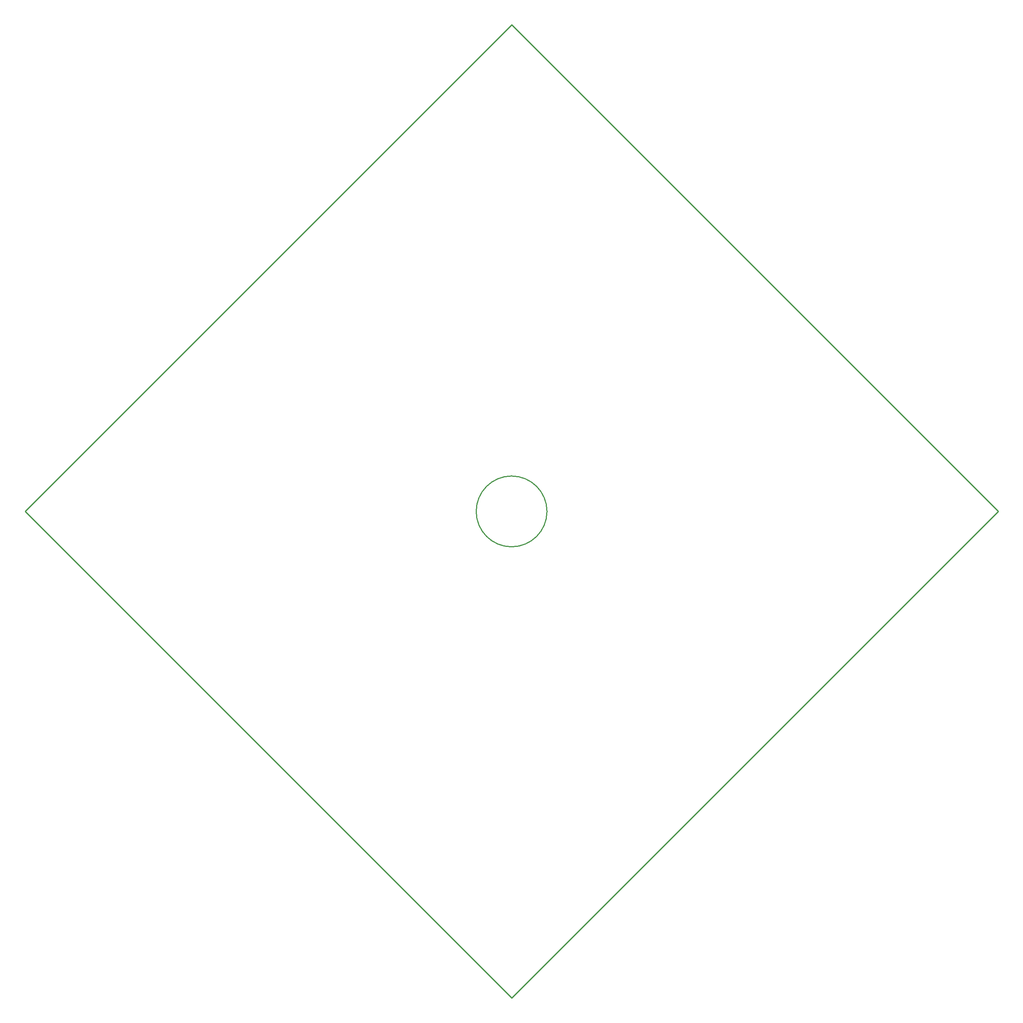
<source format=gbr>
G04 #@! TF.GenerationSoftware,KiCad,Pcbnew,(5.1.8)-1*
G04 #@! TF.CreationDate,2021-04-20T17:46:32-05:00*
G04 #@! TF.ProjectId,Graduation_Cap,47726164-7561-4746-996f-6e5f4361702e,rev?*
G04 #@! TF.SameCoordinates,Original*
G04 #@! TF.FileFunction,Profile,NP*
%FSLAX46Y46*%
G04 Gerber Fmt 4.6, Leading zero omitted, Abs format (unit mm)*
G04 Created by KiCad (PCBNEW (5.1.8)-1) date 2021-04-20 17:46:32*
%MOMM*%
%LPD*%
G01*
G04 APERTURE LIST*
G04 #@! TA.AperFunction,Profile*
%ADD10C,0.254000*%
G04 #@! TD*
G04 APERTURE END LIST*
D10*
X208000000Y-150000000D02*
G75*
G03*
X208000000Y-150000000I-8000000J0D01*
G01*
X310000000Y-150000000D02*
X200000000Y-260000000D01*
X200000000Y-260000000D02*
X90000000Y-150000000D01*
X310000000Y-150000000D02*
X200000000Y-40000000D01*
X90000000Y-150000000D02*
X200000000Y-40000000D01*
M02*

</source>
